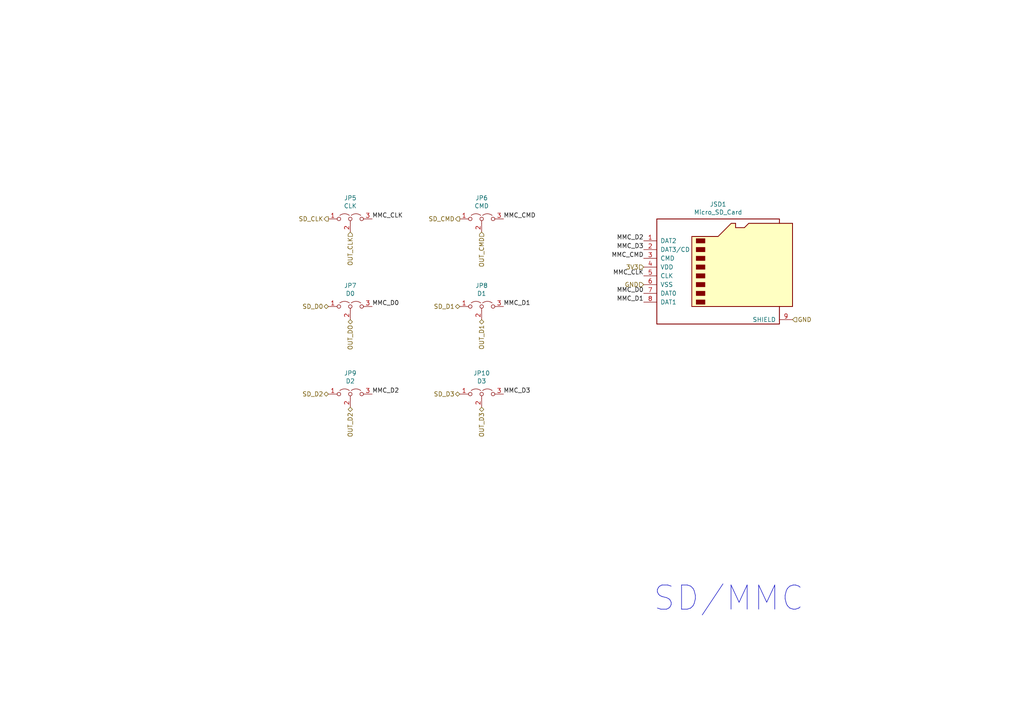
<source format=kicad_sch>
(kicad_sch (version 20211123) (generator eeschema)
  (paper "A4")
  (lib_symbols
    (symbol "Connector:Micro_SD_Card" (pin_names (offset 1.016))
      (property "Reference" "J" (at -16.51 15.24 0))
      (property "Value" "Micro_SD_Card" (at 16.51 15.24 0))
      (symbol "Micro_SD_Card_0_1"
        (rectangle (start -7.62 -9.525) (end -5.08 -10.795) (fill (type outline)))
        (rectangle (start -7.62 -6.985) (end -5.08 -8.255) (fill (type outline)))
        (rectangle (start -7.62 -4.445) (end -5.08 -5.715) (fill (type outline)))
        (rectangle (start -7.62 -1.905) (end -5.08 -3.175) (fill (type outline)))
        (rectangle (start -7.62 0.635) (end -5.08 -0.635) (fill (type outline)))
        (rectangle (start -7.62 3.175) (end -5.08 1.905) (fill (type outline)))
        (rectangle (start -7.62 5.715) (end -5.08 4.445) (fill (type outline)))
        (rectangle (start -7.62 8.255) (end -5.08 6.985) (fill (type outline)))
        (polyline (pts (xy 16.51 12.7) (xy 16.51 13.97) (xy -19.05 13.97) (xy -19.05 -16.51) (xy 16.51 -16.51) (xy 16.51 -11.43)) (stroke (width 0.254)))
        (polyline (pts (xy -8.89 -11.43) (xy -8.89 8.89) (xy -1.27 8.89) (xy 2.54 12.7) (xy 3.81 12.7) (xy 3.81 11.43) (xy 6.35 11.43) (xy 7.62 12.7) (xy 20.32 12.7) (xy 20.32 -11.43) (xy -8.89 -11.43)) (stroke (width 0.254)) (fill (type background)))
      )
      (symbol "Micro_SD_Card_1_1"
        (pin bidirectional line (at -22.86 7.62 0) (length 3.81) (name "DAT2") (number "1"))
        (pin bidirectional line (at -22.86 5.08 0) (length 3.81) (name "DAT3/CD") (number "2"))
        (pin input line (at -22.86 2.54 0) (length 3.81) (name "CMD") (number "3"))
        (pin power_in line (at -22.86 0 0) (length 3.81) (name "VDD") (number "4"))
        (pin input line (at -22.86 -2.54 0) (length 3.81) (name "CLK") (number "5"))
        (pin power_in line (at -22.86 -5.08 0) (length 3.81) (name "VSS") (number "6"))
        (pin bidirectional line (at -22.86 -7.62 0) (length 3.81) (name "DAT0") (number "7"))
        (pin bidirectional line (at -22.86 -10.16 0) (length 3.81) (name "DAT1") (number "8"))
        (pin passive line (at 20.32 -15.24 180) (length 3.81) (name "SHIELD") (number "9"))
      )
    )
    (symbol "Jumper:Jumper_3_Open" (pin_names (offset 0) hide)
      (property "Reference" "JP" (at -2.54 -2.54 0))
      (property "Value" "Jumper_3_Open" (at 0 2.794 0))
      (symbol "Jumper_3_Open_0_0"
        (circle (center -3.302 0) (radius 0.508))
        (circle (center 0 0) (radius 0.508))
        (circle (center 3.302 0) (radius 0.508))
      )
      (symbol "Jumper_3_Open_0_1"
        (arc (start -0.254 1.016) (mid -1.651 1.4992) (end -3.048 1.016))
        (polyline (pts (xy 0 -0.508) (xy 0 -1.27)))
        (arc (start 3.048 1.016) (mid 1.651 1.4992) (end 0.254 1.016))
      )
      (symbol "Jumper_3_Open_1_1"
        (pin passive line (at -6.35 0 0) (length 2.54) (name "A") (number "1"))
        (pin passive line (at 0 -3.81 90) (length 2.54) (name "C") (number "2"))
        (pin passive line (at 6.35 0 180) (length 2.54) (name "B") (number "3"))
      )
    )
  )
  (text "SD/MMC" (at 189.23 177.8 0) (effects (font (size 7.0104 7.0104)) (justify left bottom)))
  (label "MMC_CMD" (at 146.05 63.5 0))
  (label "MMC_CLK" (at 107.95 63.5 0))
  (label "MMC_D0" (at 107.95 88.9 0))
  (label "MMC_D1" (at 146.05 88.9 0))
  (label "MMC_D1" (at 186.69 87.63 180))
  (label "MMC_D2" (at 107.95 114.3 0))
  (label "MMC_D3" (at 146.05 114.3 0))
  (label "MMC_CLK" (at 186.69 80.01 180))
  (label "MMC_D2" (at 186.69 69.85 180))
  (label "MMC_D0" (at 186.69 85.09 180))
  (label "MMC_CMD" (at 186.69 74.93 180))
  (label "MMC_D3" (at 186.69 72.39 180))
  (hierarchical_label "SD_D1" (shape bidirectional) (at 133.35 88.9 180))
  (hierarchical_label "SD_CLK" (shape output) (at 95.25 63.5 180))
  (hierarchical_label "SD_D3" (shape bidirectional) (at 133.35 114.3 180))
  (hierarchical_label "OUT_D1" (shape bidirectional) (at 139.7 92.71 270))
  (hierarchical_label "OUT_CLK" (shape input) (at 101.6 67.31 270))
  (hierarchical_label "OUT_CMD" (shape input) (at 139.7 67.31 270))
  (hierarchical_label "GND" (shape input) (at 186.69 82.55 180))
  (hierarchical_label "OUT_D3" (shape bidirectional) (at 139.7 118.11 270))
  (hierarchical_label "SD_D0" (shape bidirectional) (at 95.25 88.9 180))
  (hierarchical_label "3V3" (shape input) (at 186.69 77.47 180))
  (hierarchical_label "OUT_DO" (shape bidirectional) (at 101.6 92.71 270))
  (hierarchical_label "SD_D2" (shape bidirectional) (at 95.25 114.3 180))
  (hierarchical_label "OUT_D2" (shape bidirectional) (at 101.6 118.11 270))
  (hierarchical_label "GND" (shape input) (at 229.87 92.71 0))
  (hierarchical_label "SD_CMD" (shape output) (at 133.35 63.5 180))
  (symbol (lib_id "Jumper:Jumper_3_Open") (at 101.6 63.5 0) (unit 1)
    (property "Reference" "JP5" (at 101.6 57.4294 0))
    (property "Value" "CLK" (at 101.6 59.7408 0))
    (property "Footprint" "Connector_PinHeader_2.54mm:PinHeader_1x03_P2.54mm_Vertical" (effects hide))
  )
  (symbol (lib_id "Jumper:Jumper_3_Open") (at 139.7 63.5 0) (unit 1)
    (property "Reference" "JP6" (at 139.7 57.4294 0))
    (property "Value" "CMD" (at 139.7 59.7408 0))
    (property "Footprint" "Connector_PinHeader_2.54mm:PinHeader_1x03_P2.54mm_Vertical" (effects hide))
  )
  (symbol (lib_id "Jumper:Jumper_3_Open") (at 101.6 88.9 0) (unit 1)
    (property "Reference" "JP7" (at 101.6 82.8294 0))
    (property "Value" "D0" (at 101.6 85.1408 0))
    (property "Footprint" "Connector_PinHeader_2.54mm:PinHeader_1x03_P2.54mm_Vertical" (effects hide))
  )
  (symbol (lib_id "Jumper:Jumper_3_Open") (at 139.7 88.9 0) (unit 1)
    (property "Reference" "JP8" (at 139.7 82.8294 0))
    (property "Value" "D1" (at 139.7 85.1408 0))
    (property "Footprint" "Connector_PinHeader_2.54mm:PinHeader_1x03_P2.54mm_Vertical" (effects hide))
  )
  (symbol (lib_id "Jumper:Jumper_3_Open") (at 101.6 114.3 0) (unit 1)
    (property "Reference" "JP9" (at 101.6 108.2294 0))
    (property "Value" "D2" (at 101.6 110.5408 0))
    (property "Footprint" "Connector_PinHeader_2.54mm:PinHeader_1x03_P2.54mm_Vertical" (effects hide))
  )
  (symbol (lib_id "Jumper:Jumper_3_Open") (at 139.7 114.3 0) (unit 1)
    (property "Reference" "JP10" (at 139.7 108.2294 0))
    (property "Value" "D3" (at 139.7 110.5408 0))
    (property "Footprint" "Connector_PinHeader_2.54mm:PinHeader_1x03_P2.54mm_Vertical" (effects hide))
  )
  (symbol (lib_id "Connector:Micro_SD_Card") (at 209.55 77.47 0) (unit 1)
    (property "Reference" "JSD1" (at 208.28 59.2582 0))
    (property "Value" "Micro_SD_Card" (at 208.28 61.5696 0))
    (property "Footprint" "Connector_Card:microSD_HC_Wuerth_693072010801" (effects hide))
    (property "Datasheet" "http://katalog.we-online.de/em/datasheet/693072010801.pdf" (effects hide))
    (property "Device" "PC Card Socket Connector" (effects hide))
    (property "Description" "CONN MICRO SD CARD HINGED TYPE" (effects hide))
    (property "Place" "Yes" (effects hide))
    (property "Dist" "Digikey" (effects hide))
    (property "DistPartNumber" "732-3820-1-ND" (effects hide))
    (property "DistLink" "https://www.digikey.de/product-detail/en/würth-elektronik/693072010801/732-3820-1-ND/3124605" (effects hide))
  )
)
</source>
